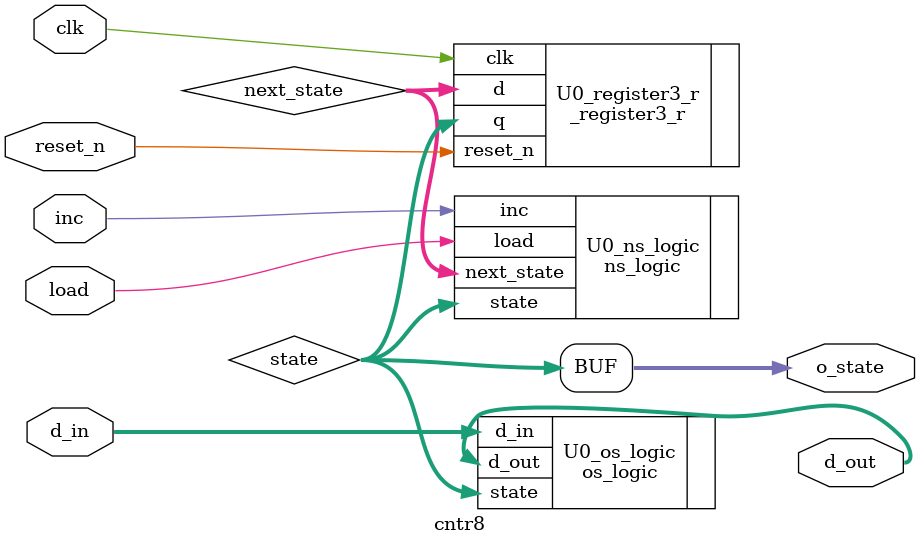
<source format=v>
module cntr8(clk, reset_n, inc, load, d_in, d_out, o_state);
//coding the module header
input clk, reset_n, inc, load;
input [7:0] d_in;
output [7:0] d_out;
output [2:0] o_state;

wire [2:0] next_state;
wire [2:0] state;

assign o_state = state;

ns_logic U0_ns_logic(.load(load),.inc(inc),.state(state),.next_state(next_state));
_register3_r U0_register3_r(.clk(clk),.reset_n(reset_n),.d(next_state),.q(state));
os_logic U0_os_logic(.state(state),.d_in(d_in),.d_out(d_out));
//instance of register, next state logic, output logic
endmodule 
</source>
